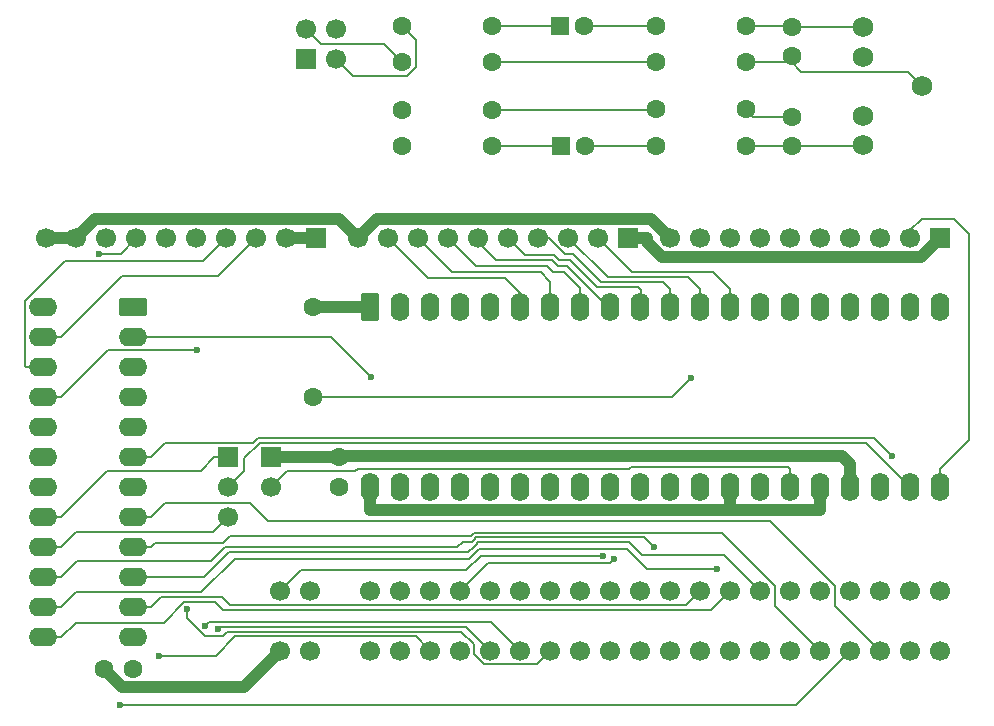
<source format=gbr>
%TF.GenerationSoftware,KiCad,Pcbnew,9.0.5*%
%TF.CreationDate,2025-11-20T20:38:36+00:00*%
%TF.ProjectId,zxeightyzon,7a786569-6768-4747-997a-6f6e2e6b6963,1.0*%
%TF.SameCoordinates,Original*%
%TF.FileFunction,Copper,L1,Top*%
%TF.FilePolarity,Positive*%
%FSLAX46Y46*%
G04 Gerber Fmt 4.6, Leading zero omitted, Abs format (unit mm)*
G04 Created by KiCad (PCBNEW 9.0.5) date 2025-11-20 20:38:36*
%MOMM*%
%LPD*%
G01*
G04 APERTURE LIST*
G04 Aperture macros list*
%AMRoundRect*
0 Rectangle with rounded corners*
0 $1 Rounding radius*
0 $2 $3 $4 $5 $6 $7 $8 $9 X,Y pos of 4 corners*
0 Add a 4 corners polygon primitive as box body*
4,1,4,$2,$3,$4,$5,$6,$7,$8,$9,$2,$3,0*
0 Add four circle primitives for the rounded corners*
1,1,$1+$1,$2,$3*
1,1,$1+$1,$4,$5*
1,1,$1+$1,$6,$7*
1,1,$1+$1,$8,$9*
0 Add four rect primitives between the rounded corners*
20,1,$1+$1,$2,$3,$4,$5,0*
20,1,$1+$1,$4,$5,$6,$7,0*
20,1,$1+$1,$6,$7,$8,$9,0*
20,1,$1+$1,$8,$9,$2,$3,0*%
G04 Aperture macros list end*
%TA.AperFunction,ComponentPad*%
%ADD10C,1.700000*%
%TD*%
%TA.AperFunction,ComponentPad*%
%ADD11RoundRect,0.250000X-0.550000X-0.550000X0.550000X-0.550000X0.550000X0.550000X-0.550000X0.550000X0*%
%TD*%
%TA.AperFunction,ComponentPad*%
%ADD12C,1.600000*%
%TD*%
%TA.AperFunction,ComponentPad*%
%ADD13R,1.700000X1.700000*%
%TD*%
%TA.AperFunction,ComponentPad*%
%ADD14C,1.752600*%
%TD*%
%TA.AperFunction,ComponentPad*%
%ADD15RoundRect,0.250000X0.950000X0.550000X-0.950000X0.550000X-0.950000X-0.550000X0.950000X-0.550000X0*%
%TD*%
%TA.AperFunction,ComponentPad*%
%ADD16O,2.400000X1.600000*%
%TD*%
%TA.AperFunction,ComponentPad*%
%ADD17RoundRect,0.250000X-0.550000X0.950000X-0.550000X-0.950000X0.550000X-0.950000X0.550000X0.950000X0*%
%TD*%
%TA.AperFunction,ComponentPad*%
%ADD18O,1.600000X2.400000*%
%TD*%
%TA.AperFunction,ViaPad*%
%ADD19C,0.600000*%
%TD*%
%TA.AperFunction,Conductor*%
%ADD20C,0.200000*%
%TD*%
%TA.AperFunction,Conductor*%
%ADD21C,1.000000*%
%TD*%
G04 APERTURE END LIST*
D10*
%TO.P,CO1,A3,+5Vcc*%
%TO.N,VCC*%
X61206200Y-92318200D03*
%TO.P,CO1,A4,+9Vcc*%
%TO.N,unconnected-(CO1-+9Vcc-PadA4)*%
X63746200Y-92318200D03*
%TO.P,CO1,A6,GND*%
%TO.N,GND*%
X68826200Y-92318200D03*
%TO.P,CO1,A7,GND*%
X71366200Y-92318200D03*
%TO.P,CO1,A8,CLK*%
%TO.N,/CLK*%
X73906200Y-92318200D03*
%TO.P,CO1,A9,A0*%
%TO.N,/A0*%
X76446200Y-92318200D03*
%TO.P,CO1,A10,A1*%
%TO.N,/A1*%
X78986200Y-92318200D03*
%TO.P,CO1,A11,A2*%
%TO.N,/A2*%
X81526200Y-92318200D03*
%TO.P,CO1,A12,A3*%
%TO.N,/A3*%
X84066200Y-92318200D03*
%TO.P,CO1,A13,A15*%
%TO.N,unconnected-(CO1-A15-PadA13)*%
X86606200Y-92318200D03*
%TO.P,CO1,A14,A14*%
%TO.N,unconnected-(CO1-PadA14)*%
X89146200Y-92318200D03*
%TO.P,CO1,A15,A13*%
%TO.N,unconnected-(CO1-A13-PadA15)*%
X91686200Y-92318200D03*
%TO.P,CO1,A16,A12*%
%TO.N,unconnected-(CO1-A12-PadA16)*%
X94226200Y-92318200D03*
%TO.P,CO1,A17,A11*%
%TO.N,unconnected-(CO1-A11-PadA17)*%
X96766200Y-92318200D03*
%TO.P,CO1,A18,A10*%
%TO.N,unconnected-(CO1-A10-PadA18)*%
X99306200Y-92318200D03*
%TO.P,CO1,A19,A9*%
%TO.N,unconnected-(CO1-A9-PadA19)*%
X101846200Y-92318200D03*
%TO.P,CO1,A20,A8*%
%TO.N,unconnected-(CO1-A8-PadA20)*%
X104386200Y-92318200D03*
%TO.P,CO1,A21,A7*%
%TO.N,/A7*%
X106926200Y-92318200D03*
%TO.P,CO1,A22,A6*%
%TO.N,/A6*%
X109466200Y-92318200D03*
%TO.P,CO1,A23,A5*%
%TO.N,/A5*%
X112006200Y-92318200D03*
%TO.P,CO1,A24,A4*%
%TO.N,/A4*%
X114546200Y-92318200D03*
%TO.P,CO1,A25,~{ROMCS}*%
%TO.N,unconnected-(CO1-~{ROMCS}-PadA25)*%
X117086200Y-92318200D03*
%TO.P,CO1,B3,D7*%
%TO.N,/D7*%
X61206200Y-87238200D03*
%TO.P,CO1,B4,~{RAMCS}*%
%TO.N,unconnected-(CO1-~{RAMCS}-PadB4)*%
X63746200Y-87238200D03*
%TO.P,CO1,B6,D0*%
%TO.N,/D0*%
X68826200Y-87238200D03*
%TO.P,CO1,B7,D1*%
%TO.N,/D1*%
X71366200Y-87238200D03*
%TO.P,CO1,B8,D2*%
%TO.N,/D2*%
X73906200Y-87238200D03*
%TO.P,CO1,B9,D6*%
%TO.N,/D6*%
X76446200Y-87238200D03*
%TO.P,CO1,B10,D5*%
%TO.N,/D5*%
X78986200Y-87238200D03*
%TO.P,CO1,B11,D3*%
%TO.N,/D3*%
X81526200Y-87238200D03*
%TO.P,CO1,B12,D4*%
%TO.N,/D4*%
X84066200Y-87238200D03*
%TO.P,CO1,B13,~{INT}*%
%TO.N,unconnected-(CO1-~{INT}-PadB13)*%
X86606200Y-87238200D03*
%TO.P,CO1,B14,~{NMI}*%
%TO.N,unconnected-(CO1-~{NMI}-PadB14)*%
X89146200Y-87238200D03*
%TO.P,CO1,B15,~{HALT}*%
%TO.N,unconnected-(CO1-~{HALT}-PadB15)*%
X91686200Y-87238200D03*
%TO.P,CO1,B16,~{MREQ}*%
%TO.N,unconnected-(CO1-~{MREQ}-PadB16)*%
X94226200Y-87238200D03*
%TO.P,CO1,B17,~{IOREQ}*%
%TO.N,/~{IOREQ}*%
X96766200Y-87238200D03*
%TO.P,CO1,B18,~{RD}*%
%TO.N,/~{RD}*%
X99306200Y-87238200D03*
%TO.P,CO1,B19,~{WR}*%
%TO.N,/~{WR}*%
X101846200Y-87238200D03*
%TO.P,CO1,B20,~{BUSAC}*%
%TO.N,unconnected-(CO1-~{BUSAC}-PadB20)*%
X104386200Y-87238200D03*
%TO.P,CO1,B21,~{WAIT}*%
%TO.N,unconnected-(CO1-~{WAIT}-PadB21)*%
X106926200Y-87238200D03*
%TO.P,CO1,B22,~{BUSRQ}*%
%TO.N,unconnected-(CO1-~{BUSRQ}-PadB22)*%
X109466200Y-87238200D03*
%TO.P,CO1,B23,~{RESET}*%
%TO.N,/~{RESET}*%
X112006200Y-87238200D03*
%TO.P,CO1,B24,~{M1}*%
%TO.N,unconnected-(CO1-~{M1}-PadB24)*%
X114546200Y-87238200D03*
%TO.P,CO1,B25,~{RFSH}*%
%TO.N,unconnected-(CO1-~{RFSH}-PadB25)*%
X117086200Y-87238200D03*
%TD*%
D11*
%TO.P,C2,1*%
%TO.N,Net-(C2-Pad1)*%
X84885600Y-39464600D03*
D12*
%TO.P,C2,2*%
%TO.N,Net-(C2-Pad2)*%
X86885600Y-39464600D03*
%TD*%
D13*
%TO.P,J4,1,Pin_1*%
%TO.N,/B_OUT*%
X63390600Y-42258600D03*
D10*
%TO.P,J4,2,Pin_2*%
%TO.N,Net-(J4-Pin_2)*%
X65930600Y-42258600D03*
%TO.P,J4,3,Pin_3*%
%TO.N,Net-(J4-Pin_3)*%
X63390600Y-39718600D03*
%TO.P,J4,4,Pin_4*%
%TO.N,/C_OUT*%
X65930600Y-39718600D03*
%TD*%
D13*
%TO.P,JP1,1,A*%
%TO.N,GND*%
X60444200Y-75935200D03*
D10*
%TO.P,JP1,2,B*%
%TO.N,Net-(JP1-B)*%
X60444200Y-78475200D03*
%TD*%
D13*
%TO.P,J2,1,Pin_1*%
%TO.N,VCC*%
X90670200Y-57393200D03*
D10*
%TO.P,J2,2,Pin_2*%
%TO.N,/IOB0*%
X88130200Y-57393200D03*
%TO.P,J2,3,Pin_3*%
%TO.N,/IOB1*%
X85590200Y-57393200D03*
%TO.P,J2,4,Pin_4*%
%TO.N,/IOB2*%
X83050200Y-57393200D03*
%TO.P,J2,5,Pin_5*%
%TO.N,/IOB3*%
X80510200Y-57393200D03*
%TO.P,J2,6,Pin_6*%
%TO.N,/IOB4*%
X77970200Y-57393200D03*
%TO.P,J2,7,Pin_7*%
%TO.N,/IOB5*%
X75430200Y-57393200D03*
%TO.P,J2,8,Pin_8*%
%TO.N,/IOB6*%
X72890200Y-57393200D03*
%TO.P,J2,9,Pin_9*%
%TO.N,/IOB7*%
X70350200Y-57393200D03*
%TO.P,J2,10,Pin_10*%
%TO.N,GND*%
X67810200Y-57393200D03*
%TD*%
D12*
%TO.P,R8,1*%
%TO.N,Net-(C1-Pad2)*%
X92981600Y-49624600D03*
%TO.P,R8,2*%
%TO.N,/LEFT*%
X100601600Y-49624600D03*
%TD*%
D13*
%TO.P,J1,1,Pin_1*%
%TO.N,VCC*%
X117086200Y-57393200D03*
D10*
%TO.P,J1,2,Pin_2*%
%TO.N,/IOA0*%
X114546200Y-57393200D03*
%TO.P,J1,3,Pin_3*%
%TO.N,/IOA1*%
X112006200Y-57393200D03*
%TO.P,J1,4,Pin_4*%
%TO.N,/IOA2*%
X109466200Y-57393200D03*
%TO.P,J1,5,Pin_5*%
%TO.N,/IOA3*%
X106926200Y-57393200D03*
%TO.P,J1,6,Pin_6*%
%TO.N,/IOA4*%
X104386200Y-57393200D03*
%TO.P,J1,7,Pin_7*%
%TO.N,/IOA5*%
X101846200Y-57393200D03*
%TO.P,J1,8,Pin_8*%
%TO.N,/IOA6*%
X99306200Y-57393200D03*
%TO.P,J1,9,Pin_9*%
%TO.N,/IOA7*%
X96766200Y-57393200D03*
%TO.P,J1,10,Pin_10*%
%TO.N,GND*%
X94226200Y-57393200D03*
%TD*%
D12*
%TO.P,R4,1*%
%TO.N,Net-(C1-Pad1)*%
X79138600Y-46576600D03*
%TO.P,R4,2*%
%TO.N,Net-(J4-Pin_3)*%
X71518600Y-46576600D03*
%TD*%
%TO.P,R2,1*%
%TO.N,/A_OUT*%
X71518600Y-49624600D03*
%TO.P,R2,2*%
%TO.N,Net-(C1-Pad1)*%
X79138600Y-49624600D03*
%TD*%
D14*
%TO.P,CO2,1,1*%
%TO.N,/RIGHT*%
X110562200Y-39519200D03*
%TO.P,CO2,2,2*%
%TO.N,unconnected-(CO2-Pad2)*%
X110562200Y-42019200D03*
%TO.P,CO2,3,3*%
%TO.N,unconnected-(CO2-Pad3)*%
X110562200Y-47019200D03*
%TO.P,CO2,4,4*%
%TO.N,/LEFT*%
X110562200Y-49519200D03*
%TO.P,CO2,5,5*%
%TO.N,GND_AUDIO*%
X115562200Y-44519200D03*
%TD*%
D12*
%TO.P,R9,1*%
%TO.N,Net-(C2-Pad2)*%
X92981600Y-39464600D03*
%TO.P,R9,2*%
%TO.N,/RIGHT*%
X100601600Y-39464600D03*
%TD*%
D11*
%TO.P,C1,1*%
%TO.N,Net-(C1-Pad1)*%
X85012600Y-49624600D03*
D12*
%TO.P,C1,2*%
%TO.N,Net-(C1-Pad2)*%
X87012600Y-49624600D03*
%TD*%
%TO.P,C4,1*%
%TO.N,/RIGHT*%
X104538600Y-39504600D03*
%TO.P,C4,2*%
%TO.N,GND_AUDIO*%
X104538600Y-42004600D03*
%TD*%
%TO.P,C6,1*%
%TO.N,VCC*%
X46240200Y-93842200D03*
%TO.P,C6,2*%
%TO.N,GND*%
X48740200Y-93842200D03*
%TD*%
%TO.P,R3,1*%
%TO.N,Net-(J4-Pin_2)*%
X71518600Y-39464600D03*
%TO.P,R3,2*%
%TO.N,Net-(C2-Pad1)*%
X79138600Y-39464600D03*
%TD*%
%TO.P,FB1,1*%
%TO.N,GND*%
X64000200Y-63235200D03*
%TO.P,FB1,2*%
%TO.N,GND_AUDIO*%
X64000200Y-70855200D03*
%TD*%
D15*
%TO.P,U2,1,I0/CLK*%
%TO.N,/CLK*%
X48760200Y-63235200D03*
D16*
%TO.P,U2,2,I1*%
%TO.N,/A0*%
X48760200Y-65775200D03*
%TO.P,U2,3,I2*%
%TO.N,/A1*%
X48760200Y-68315200D03*
%TO.P,U2,4,I3*%
%TO.N,/A2*%
X48760200Y-70855200D03*
%TO.P,U2,5,I4*%
%TO.N,/A3*%
X48760200Y-73395200D03*
%TO.P,U2,6,I5*%
%TO.N,/A4*%
X48760200Y-75935200D03*
%TO.P,U2,7,I6*%
%TO.N,/A6*%
X48760200Y-78475200D03*
%TO.P,U2,8,I7*%
%TO.N,/A5*%
X48760200Y-81015200D03*
%TO.P,U2,9,I8*%
%TO.N,/A7*%
X48760200Y-83555200D03*
%TO.P,U2,10,I9*%
%TO.N,/~{WR}*%
X48760200Y-86095200D03*
%TO.P,U2,11,I10*%
%TO.N,/~{IOREQ}*%
X48760200Y-88635200D03*
%TO.P,U2,12,GND*%
%TO.N,GND*%
X48760200Y-91175200D03*
%TO.P,U2,13,I11*%
%TO.N,/~{RD}*%
X41140200Y-91175200D03*
%TO.P,U2,14,O9*%
%TO.N,/BDIR*%
X41140200Y-88635200D03*
%TO.P,U2,15,O8*%
%TO.N,/BC1*%
X41140200Y-86095200D03*
%TO.P,U2,16,O7*%
%TO.N,/CLK_DIV2*%
X41140200Y-83555200D03*
%TO.P,U2,17,O6*%
%TO.N,/CLK_OUT*%
X41140200Y-81015200D03*
%TO.P,U2,18,O5*%
%TO.N,/O5*%
X41140200Y-78475200D03*
%TO.P,U2,19,O4*%
%TO.N,/O4*%
X41140200Y-75935200D03*
%TO.P,U2,20,O3*%
%TO.N,/O3*%
X41140200Y-73395200D03*
%TO.P,U2,21,O2*%
%TO.N,/O2*%
X41140200Y-70855200D03*
%TO.P,U2,22,O1*%
%TO.N,/O1*%
X41140200Y-68315200D03*
%TO.P,U2,23,O0*%
%TO.N,/O0*%
X41140200Y-65775200D03*
%TO.P,U2,24,VCC*%
%TO.N,VCC*%
X41140200Y-63235200D03*
%TD*%
D13*
%TO.P,J3,1,Pin_1*%
%TO.N,VCC*%
X64254200Y-57393200D03*
D10*
%TO.P,J3,2,Pin_2*%
X61714200Y-57393200D03*
%TO.P,J3,3,Pin_3*%
%TO.N,/O0*%
X59174200Y-57393200D03*
%TO.P,J3,4,Pin_4*%
%TO.N,/O1*%
X56634200Y-57393200D03*
%TO.P,J3,5,Pin_5*%
%TO.N,/O2*%
X54094200Y-57393200D03*
%TO.P,J3,6,Pin_6*%
%TO.N,/O3*%
X51554200Y-57393200D03*
%TO.P,J3,7,Pin_7*%
%TO.N,/O4*%
X49014200Y-57393200D03*
%TO.P,J3,8,Pin_8*%
%TO.N,/O5*%
X46474200Y-57393200D03*
%TO.P,J3,9,Pin_9*%
%TO.N,GND*%
X43934200Y-57393200D03*
%TO.P,J3,10,Pin_10*%
X41394200Y-57393200D03*
%TD*%
D12*
%TO.P,C3,1*%
%TO.N,/LEFT*%
X104538600Y-49604600D03*
%TO.P,C3,2*%
%TO.N,GND_AUDIO*%
X104538600Y-47104600D03*
%TD*%
%TO.P,R6,1*%
%TO.N,Net-(C1-Pad1)*%
X92981600Y-46449600D03*
%TO.P,R6,2*%
%TO.N,GND_AUDIO*%
X100601600Y-46449600D03*
%TD*%
%TO.P,R5,1*%
%TO.N,Net-(C2-Pad1)*%
X79138600Y-42512600D03*
%TO.P,R5,2*%
%TO.N,Net-(J4-Pin_3)*%
X71518600Y-42512600D03*
%TD*%
D17*
%TO.P,U1,1,VSS*%
%TO.N,GND*%
X68826200Y-63235200D03*
D18*
%TO.P,U1,2,NC*%
%TO.N,unconnected-(U1-NC-Pad2)*%
X71366200Y-63235200D03*
%TO.P,U1,3,A*%
%TO.N,/A_OUT*%
X73906200Y-63235200D03*
%TO.P,U1,4,B*%
%TO.N,/B_OUT*%
X76446200Y-63235200D03*
%TO.P,U1,5,NC*%
%TO.N,unconnected-(U1-NC-Pad5)*%
X78986200Y-63235200D03*
%TO.P,U1,6,IOB7*%
%TO.N,/IOB7*%
X81526200Y-63235200D03*
%TO.P,U1,7,IOB6*%
%TO.N,/IOB6*%
X84066200Y-63235200D03*
%TO.P,U1,8,IOB5*%
%TO.N,/IOB5*%
X86606200Y-63235200D03*
%TO.P,U1,9,IOB4*%
%TO.N,/IOB4*%
X89146200Y-63235200D03*
%TO.P,U1,10,IOB3*%
%TO.N,/IOB3*%
X91686200Y-63235200D03*
%TO.P,U1,11,IOB2*%
%TO.N,/IOB2*%
X94226200Y-63235200D03*
%TO.P,U1,12,IOB1*%
%TO.N,/IOB1*%
X96766200Y-63235200D03*
%TO.P,U1,13,IOB0*%
%TO.N,/IOB0*%
X99306200Y-63235200D03*
%TO.P,U1,14,IOA7*%
%TO.N,/IOA7*%
X101846200Y-63235200D03*
%TO.P,U1,15,IOA6*%
%TO.N,/IOA6*%
X104386200Y-63235200D03*
%TO.P,U1,16,IOA5*%
%TO.N,/IOA5*%
X106926200Y-63235200D03*
%TO.P,U1,17,IOA4*%
%TO.N,/IOA4*%
X109466200Y-63235200D03*
%TO.P,U1,18,IOA3*%
%TO.N,/IOA3*%
X112006200Y-63235200D03*
%TO.P,U1,19,IOA2*%
%TO.N,/IOA2*%
X114546200Y-63235200D03*
%TO.P,U1,20,IOA1*%
%TO.N,/IOA1*%
X117086200Y-63235200D03*
%TO.P,U1,21,IOA0*%
%TO.N,/IOA0*%
X117086200Y-78475200D03*
%TO.P,U1,22,CLOCK*%
%TO.N,Net-(JP2-C)*%
X114546200Y-78475200D03*
%TO.P,U1,23,~{RESET}*%
%TO.N,/~{RESET}*%
X112006200Y-78475200D03*
%TO.P,U1,24,~{A9}*%
%TO.N,GND*%
X109466200Y-78475200D03*
%TO.P,U1,25,A8*%
%TO.N,VCC*%
X106926200Y-78475200D03*
%TO.P,U1,26,~{SEL}*%
%TO.N,Net-(JP1-B)*%
X104386200Y-78475200D03*
%TO.P,U1,27,BDIR*%
%TO.N,/BDIR*%
X101846200Y-78475200D03*
%TO.P,U1,28,BC2*%
%TO.N,VCC*%
X99306200Y-78475200D03*
%TO.P,U1,29,BC1*%
%TO.N,/BC1*%
X96766200Y-78475200D03*
%TO.P,U1,30,DA7*%
%TO.N,/D7*%
X94226200Y-78475200D03*
%TO.P,U1,31,DA6*%
%TO.N,/D6*%
X91686200Y-78475200D03*
%TO.P,U1,32,DA5*%
%TO.N,/D5*%
X89146200Y-78475200D03*
%TO.P,U1,33,DA4*%
%TO.N,/D4*%
X86606200Y-78475200D03*
%TO.P,U1,34,DA3*%
%TO.N,/D3*%
X84066200Y-78475200D03*
%TO.P,U1,35,DA2*%
%TO.N,/D2*%
X81526200Y-78475200D03*
%TO.P,U1,36,DA1*%
%TO.N,/D1*%
X78986200Y-78475200D03*
%TO.P,U1,37,DA0*%
%TO.N,/D0*%
X76446200Y-78475200D03*
%TO.P,U1,38,C*%
%TO.N,/C_OUT*%
X73906200Y-78475200D03*
%TO.P,U1,39,TEST1*%
%TO.N,unconnected-(U1-TEST1-Pad39)*%
X71366200Y-78475200D03*
%TO.P,U1,40,VCC*%
%TO.N,VCC*%
X68826200Y-78475200D03*
%TD*%
D12*
%TO.P,R7,1*%
%TO.N,Net-(C2-Pad1)*%
X92981600Y-42512600D03*
%TO.P,R7,2*%
%TO.N,GND_AUDIO*%
X100601600Y-42512600D03*
%TD*%
%TO.P,C5,1*%
%TO.N,VCC*%
X66159200Y-78455200D03*
%TO.P,C5,2*%
%TO.N,GND*%
X66159200Y-75955200D03*
%TD*%
D13*
%TO.P,JP2,1,A*%
%TO.N,/CLK_OUT*%
X56761200Y-75935200D03*
D10*
%TO.P,JP2,2,C*%
%TO.N,Net-(JP2-C)*%
X56761200Y-78475200D03*
%TO.P,JP2,3,B*%
%TO.N,/CLK_DIV2*%
X56761200Y-81015200D03*
%TD*%
D19*
%TO.N,/BDIR*%
X98155600Y-85373600D03*
%TO.N,/BC1*%
X92829700Y-83580300D03*
%TO.N,/O2*%
X54186400Y-66903600D03*
%TO.N,/O4*%
X45856900Y-58725700D03*
%TO.N,/A3*%
X53335300Y-88796100D03*
%TO.N,/A2*%
X54857900Y-90210000D03*
%TO.N,/D6*%
X89449400Y-84582300D03*
%TO.N,/CLK*%
X50964200Y-92738900D03*
%TO.N,/A4*%
X113001200Y-75823000D03*
%TO.N,/A1*%
X55972000Y-90476100D03*
%TO.N,/A6*%
X47650600Y-96934800D03*
%TO.N,/A0*%
X68870500Y-69161000D03*
%TO.N,/D7*%
X88563100Y-84282900D03*
%TO.N,GND_AUDIO*%
X96000000Y-69250000D03*
%TD*%
D20*
%TO.N,/IOB7*%
X81526200Y-62026200D02*
X81526200Y-63235200D01*
X80261200Y-60761200D02*
X81526200Y-62026200D01*
X70350200Y-57393200D02*
X73718200Y-60761200D01*
X73718200Y-60761200D02*
X80261200Y-60761200D01*
%TO.N,Net-(JP2-C)*%
X110787800Y-74716800D02*
X114546200Y-78475200D01*
%TO.N,/IOB6*%
X83261200Y-60261200D02*
X84066200Y-61066200D01*
X75758200Y-60261200D02*
X83261200Y-60261200D01*
X84066200Y-61066200D02*
X84066200Y-63235200D01*
X72890200Y-57393200D02*
X75758200Y-60261200D01*
%TO.N,/IOB5*%
X84261200Y-60261200D02*
X85261200Y-60261200D01*
X85261200Y-60261200D02*
X86606200Y-61606200D01*
X83761200Y-59761200D02*
X84261200Y-60261200D01*
X77798200Y-59761200D02*
X83761200Y-59761200D01*
X86606200Y-61606200D02*
X86606200Y-63235200D01*
X75430200Y-57393200D02*
X77798200Y-59761200D01*
%TO.N,/IOB4*%
X88985200Y-63235200D02*
X89146200Y-63235200D01*
X85511200Y-59761200D02*
X88985200Y-63235200D01*
X84694100Y-59761200D02*
X85511200Y-59761200D01*
X84186400Y-59253500D02*
X84694100Y-59761200D01*
X79503500Y-59253500D02*
X84186400Y-59253500D01*
X77970200Y-57393200D02*
X77970200Y-57720200D01*
X77970200Y-57720200D02*
X79503500Y-59253500D01*
%TO.N,/IOB3*%
X91761200Y-63160200D02*
X91686200Y-63235200D01*
X91761200Y-61761200D02*
X91761200Y-63160200D01*
X91516200Y-61516200D02*
X91761200Y-61761200D01*
X88016200Y-61516200D02*
X91516200Y-61516200D01*
X85761200Y-59261200D02*
X88016200Y-61516200D01*
X84761200Y-59261200D02*
X85761200Y-59261200D01*
X84344900Y-58844900D02*
X84761200Y-59261200D01*
X81961900Y-58844900D02*
X84344900Y-58844900D01*
X80510200Y-57393200D02*
X81961900Y-58844900D01*
%TO.N,/IOB2*%
X86011200Y-58761200D02*
X88365200Y-61115200D01*
X88365200Y-61115200D02*
X93615200Y-61115200D01*
X93615200Y-61115200D02*
X94226200Y-61726200D01*
X94226200Y-61726200D02*
X94226200Y-63235200D01*
X85330440Y-58761200D02*
X86011200Y-58761200D01*
X83962440Y-57393200D02*
X85330440Y-58761200D01*
X83050200Y-57393200D02*
X83962440Y-57393200D01*
%TO.N,/IOA0*%
X119547200Y-74512500D02*
X117086200Y-76973500D01*
X114546200Y-56726200D02*
X114546200Y-57393200D01*
X118261200Y-55761200D02*
X115511200Y-55761200D01*
X119547200Y-57047200D02*
X118261200Y-55761200D01*
X119547200Y-74512500D02*
X119547200Y-57047200D01*
X115511200Y-55761200D02*
X114546200Y-56726200D01*
%TO.N,GND_AUDIO*%
X94394800Y-70855200D02*
X64000200Y-70855200D01*
X96000000Y-69250000D02*
X94394800Y-70855200D01*
%TO.N,/CLK_DIV2*%
X55491200Y-82285200D02*
X56761200Y-81015200D01*
X43911900Y-82285200D02*
X55491200Y-82285200D01*
X42641900Y-83555200D02*
X43911900Y-82285200D01*
X41140200Y-83555200D02*
X42641900Y-83555200D01*
%TO.N,/BDIR*%
X41140200Y-88635200D02*
X42641900Y-88635200D01*
X43911900Y-87365200D02*
X42641900Y-88635200D01*
X54528100Y-87365200D02*
X43911900Y-87365200D01*
X57373100Y-84520200D02*
X54528100Y-87365200D01*
X77158900Y-84520200D02*
X57373100Y-84520200D01*
X77999600Y-83679500D02*
X77158900Y-84520200D01*
X90539900Y-83679500D02*
X77999600Y-83679500D01*
X92234000Y-85373600D02*
X90539900Y-83679500D01*
X98155600Y-85373600D02*
X92234000Y-85373600D01*
%TO.N,/BC1*%
X41140200Y-86095200D02*
X42641900Y-86095200D01*
X56299800Y-83810600D02*
X56135000Y-83975400D01*
X56299800Y-83810600D02*
X56135000Y-83975400D01*
X43996900Y-84740200D02*
X42641900Y-86095200D01*
X55370200Y-84740200D02*
X43996900Y-84740200D01*
X56135000Y-83975400D02*
X55370200Y-84740200D01*
X77807200Y-82726000D02*
X77571800Y-82961400D01*
X91975400Y-82726000D02*
X77807200Y-82726000D01*
X92829700Y-83580300D02*
X91975400Y-82726000D01*
X56535200Y-83575200D02*
X56299800Y-83810600D01*
X76192500Y-83575200D02*
X56535200Y-83575200D01*
X76682600Y-83085100D02*
X76192500Y-83575200D01*
X77448100Y-83085100D02*
X76682600Y-83085100D01*
X77571800Y-82961400D02*
X77448100Y-83085100D01*
X77571800Y-82961400D02*
X77448100Y-83085100D01*
%TO.N,Net-(JP2-C)*%
X58151000Y-77085400D02*
X56761200Y-78475200D01*
X58151000Y-76031000D02*
X58151000Y-77085400D01*
X59465200Y-74716800D02*
X58151000Y-76031000D01*
X110787800Y-74716800D02*
X59465200Y-74716800D01*
%TO.N,/CLK_OUT*%
X46570200Y-77086900D02*
X42641900Y-81015200D01*
X54457800Y-77086900D02*
X46570200Y-77086900D01*
X55609500Y-75935200D02*
X54457800Y-77086900D01*
X56761200Y-75935200D02*
X55609500Y-75935200D01*
X41140200Y-81015200D02*
X42641900Y-81015200D01*
%TO.N,Net-(JP1-B)*%
X104386200Y-78475200D02*
X104386200Y-76973500D01*
X90877200Y-76750700D02*
X90712400Y-76915500D01*
X90877200Y-76750700D02*
X90712400Y-76915500D01*
X61784000Y-77135400D02*
X60444200Y-78475200D01*
X67572700Y-77135400D02*
X61784000Y-77135400D01*
X67792600Y-76915500D02*
X67572700Y-77135400D01*
X90712400Y-76915500D02*
X67792600Y-76915500D01*
X104163400Y-76750700D02*
X104386200Y-76973500D01*
X90877200Y-76750700D02*
X104163400Y-76750700D01*
%TO.N,Net-(J4-Pin_3)*%
X64660600Y-40988600D02*
X63390600Y-39718600D01*
X69994600Y-40988600D02*
X64660600Y-40988600D01*
X71518600Y-42512600D02*
X69994600Y-40988600D01*
%TO.N,Net-(J4-Pin_2)*%
X72703000Y-40649000D02*
X71518600Y-39464600D01*
X72703000Y-42926100D02*
X72703000Y-40649000D01*
X71939700Y-43689400D02*
X72703000Y-42926100D01*
X67361400Y-43689400D02*
X71939700Y-43689400D01*
X65930600Y-42258600D02*
X67361400Y-43689400D01*
%TO.N,/O2*%
X46593500Y-66903600D02*
X54186400Y-66903600D01*
X42641900Y-70855200D02*
X46593500Y-66903600D01*
X41140200Y-70855200D02*
X42641900Y-70855200D01*
%TO.N,/O4*%
X47681700Y-58725700D02*
X45856900Y-58725700D01*
X49014200Y-57393200D02*
X47681700Y-58725700D01*
%TO.N,/O1*%
X41140200Y-68315200D02*
X39638500Y-68315200D01*
X54700000Y-59327400D02*
X56634200Y-57393200D01*
X42993200Y-59327400D02*
X54700000Y-59327400D01*
X39579500Y-62741100D02*
X42993200Y-59327400D01*
X39579500Y-68256200D02*
X39579500Y-62741100D01*
X39638500Y-68315200D02*
X39579500Y-68256200D01*
%TO.N,/O0*%
X55965800Y-60601600D02*
X59174200Y-57393200D01*
X47815500Y-60601600D02*
X55965800Y-60601600D01*
X42641900Y-65775200D02*
X47815500Y-60601600D01*
X41140200Y-65775200D02*
X42641900Y-65775200D01*
%TO.N,/IOB1*%
X88911200Y-60714200D02*
X85590200Y-57393200D01*
X95746900Y-60714200D02*
X88911200Y-60714200D01*
X96766200Y-61733500D02*
X95746900Y-60714200D01*
X96766200Y-63235200D02*
X96766200Y-61733500D01*
%TO.N,/IOB0*%
X99306200Y-63235200D02*
X99306200Y-61733500D01*
X90991200Y-60254200D02*
X88130200Y-57393200D01*
X97826900Y-60254200D02*
X90991200Y-60254200D01*
X99306200Y-61733500D02*
X97826900Y-60254200D01*
%TO.N,/IOA0*%
X117086200Y-78475200D02*
X117086200Y-76973500D01*
%TO.N,/A3*%
X82908400Y-93476000D02*
X84066200Y-92318200D01*
X78439300Y-93476000D02*
X82908400Y-93476000D01*
X77597900Y-92634600D02*
X78439300Y-93476000D01*
X77597900Y-91790100D02*
X77597900Y-92634600D01*
X76513000Y-90705200D02*
X77597900Y-91790100D01*
X56701000Y-90705200D02*
X76513000Y-90705200D01*
X56328400Y-91077800D02*
X56701000Y-90705200D01*
X54870800Y-91077800D02*
X56328400Y-91077800D01*
X53335300Y-89542300D02*
X54870800Y-91077800D01*
X53335300Y-88796100D02*
X53335300Y-89542300D01*
%TO.N,/A2*%
X55209400Y-89858500D02*
X54857900Y-90210000D01*
X79066500Y-89858500D02*
X55209400Y-89858500D01*
X81526200Y-92318200D02*
X79066500Y-89858500D01*
%TO.N,/D6*%
X89147100Y-84884600D02*
X89449400Y-84582300D01*
X78799800Y-84884600D02*
X89147100Y-84884600D01*
X76446200Y-87238200D02*
X78799800Y-84884600D01*
%TO.N,/~{IOREQ}*%
X48760200Y-88635200D02*
X50261900Y-88635200D01*
X51104700Y-87792400D02*
X50261900Y-88635200D01*
X56270300Y-87792400D02*
X51104700Y-87792400D01*
X56930200Y-88452300D02*
X56270300Y-87792400D01*
X95552100Y-88452300D02*
X56930200Y-88452300D01*
X96766200Y-87238200D02*
X95552100Y-88452300D01*
%TO.N,/A7*%
X48760200Y-83555200D02*
X50261900Y-83555200D01*
X77640900Y-82324300D02*
X77405500Y-82559700D01*
X98571700Y-82324300D02*
X77640900Y-82324300D01*
X103116200Y-86868800D02*
X98571700Y-82324300D01*
X103116200Y-88508200D02*
X103116200Y-86868800D01*
X106926200Y-92318200D02*
X103116200Y-88508200D01*
X50638400Y-83178700D02*
X50261900Y-83555200D01*
X56363700Y-83178700D02*
X50638400Y-83178700D01*
X56927600Y-82614800D02*
X56363700Y-83178700D01*
X77350400Y-82614800D02*
X56927600Y-82614800D01*
X77405500Y-82559700D02*
X77350400Y-82614800D01*
X77405500Y-82559700D02*
X77350400Y-82614800D01*
%TO.N,/A5*%
X51431800Y-79845300D02*
X50261900Y-81015200D01*
X58634500Y-79845300D02*
X51431800Y-79845300D01*
X60146300Y-81357100D02*
X58634500Y-79845300D01*
X102699800Y-81357100D02*
X60146300Y-81357100D01*
X108196200Y-86853500D02*
X102699800Y-81357100D01*
X108196200Y-88508200D02*
X108196200Y-86853500D01*
X112006200Y-92318200D02*
X108196200Y-88508200D01*
X48760200Y-81015200D02*
X50261900Y-81015200D01*
%TO.N,/CLK*%
X72704500Y-91116500D02*
X73906200Y-92318200D01*
X57394100Y-91116500D02*
X72704500Y-91116500D01*
X55771700Y-92738900D02*
X57394100Y-91116500D01*
X50964200Y-92738900D02*
X55771700Y-92738900D01*
%TO.N,/A4*%
X48760200Y-75935200D02*
X50261900Y-75935200D01*
X59277700Y-74315100D02*
X59042300Y-74550500D01*
X111493300Y-74315100D02*
X59277700Y-74315100D01*
X113001200Y-75823000D02*
X111493300Y-74315100D01*
X51480300Y-74716800D02*
X50261900Y-75935200D01*
X58876000Y-74716800D02*
X51480300Y-74716800D01*
X59042300Y-74550500D02*
X58876000Y-74716800D01*
X59042300Y-74550500D02*
X58876000Y-74716800D01*
%TO.N,/~{WR}*%
X77973500Y-83127700D02*
X77738100Y-83363100D01*
X90749600Y-83127700D02*
X77973500Y-83127700D01*
X91803900Y-84182000D02*
X90749600Y-83127700D01*
X98790000Y-84182000D02*
X91803900Y-84182000D01*
X101846200Y-87238200D02*
X98790000Y-84182000D01*
X54783400Y-86095200D02*
X48760200Y-86095200D01*
X56901700Y-83976900D02*
X54783400Y-86095200D01*
X77124300Y-83976900D02*
X56901700Y-83976900D01*
X77571800Y-83529400D02*
X77124300Y-83976900D01*
X77738100Y-83363100D02*
X77571800Y-83529400D01*
X77738100Y-83363100D02*
X77571800Y-83529400D01*
%TO.N,/A1*%
X56171600Y-90276500D02*
X55972000Y-90476100D01*
X76944500Y-90276500D02*
X56171600Y-90276500D01*
X78986200Y-92318200D02*
X76944500Y-90276500D01*
%TO.N,/A6*%
X104849600Y-96934800D02*
X47650600Y-96934800D01*
X109466200Y-92318200D02*
X104849600Y-96934800D01*
%TO.N,/~{RD}*%
X41140200Y-91175200D02*
X42641900Y-91175200D01*
X43873900Y-89943200D02*
X42641900Y-91175200D01*
X51337100Y-89943200D02*
X43873900Y-89943200D01*
X53086200Y-88194100D02*
X51337100Y-89943200D01*
X55636400Y-88194100D02*
X53086200Y-88194100D01*
X56338700Y-88896400D02*
X55636400Y-88194100D01*
X97648000Y-88896400D02*
X56338700Y-88896400D01*
X99306200Y-87238200D02*
X97648000Y-88896400D01*
%TO.N,/A0*%
X65484700Y-65775200D02*
X48760200Y-65775200D01*
X68870500Y-69161000D02*
X65484700Y-65775200D01*
%TO.N,/D7*%
X62931100Y-85513300D02*
X61206200Y-87238200D01*
X76934000Y-85513300D02*
X62931100Y-85513300D01*
X78164400Y-84282900D02*
X76934000Y-85513300D01*
X88563100Y-84282900D02*
X78164400Y-84282900D01*
D21*
%TO.N,GND*%
X109466200Y-78475200D02*
X109466200Y-76523500D01*
X64000200Y-63235200D02*
X68826200Y-63235200D01*
X60444200Y-75935200D02*
X62045900Y-75935200D01*
X66159200Y-75935200D02*
X62045900Y-75935200D01*
X66159200Y-75955200D02*
X66159200Y-75935200D01*
X69430500Y-55772900D02*
X67810200Y-57393200D01*
X92605900Y-55772900D02*
X69430500Y-55772900D01*
X94226200Y-57393200D02*
X92605900Y-55772900D01*
X41394200Y-57393200D02*
X43934200Y-57393200D01*
X66208500Y-55791500D02*
X67810200Y-57393200D01*
X45535900Y-55791500D02*
X66208500Y-55791500D01*
X43934200Y-57393200D02*
X45535900Y-55791500D01*
X108799700Y-75857000D02*
X109466200Y-76523500D01*
X66237400Y-75857000D02*
X108799700Y-75857000D01*
X66159200Y-75935200D02*
X66237400Y-75857000D01*
%TO.N,VCC*%
X115469900Y-59009500D02*
X117086200Y-57393200D01*
X93518300Y-59009500D02*
X115469900Y-59009500D01*
X92271900Y-57763100D02*
X93518300Y-59009500D01*
X92271900Y-57393200D02*
X92271900Y-57763100D01*
X90670200Y-57393200D02*
X92271900Y-57393200D01*
X61714200Y-57393200D02*
X64254200Y-57393200D01*
X99306200Y-78475200D02*
X99306200Y-80426900D01*
X106926200Y-78475200D02*
X106926200Y-80426900D01*
X68826200Y-78475200D02*
X68826200Y-80426900D01*
X99306200Y-80426900D02*
X68826200Y-80426900D01*
X106926200Y-80426900D02*
X99306200Y-80426900D01*
X47820400Y-95422400D02*
X46240200Y-93842200D01*
X58102000Y-95422400D02*
X47820400Y-95422400D01*
X61206200Y-92318200D02*
X58102000Y-95422400D01*
D20*
%TO.N,/RIGHT*%
X104498600Y-39464600D02*
X104538600Y-39504600D01*
X100601600Y-39464600D02*
X104498600Y-39464600D01*
X110547600Y-39504600D02*
X110562200Y-39519200D01*
X104538600Y-39504600D02*
X110547600Y-39504600D01*
%TO.N,/LEFT*%
X104518600Y-49624600D02*
X104538600Y-49604600D01*
X100601600Y-49624600D02*
X104518600Y-49624600D01*
X110476800Y-49604600D02*
X110562200Y-49519200D01*
X104538600Y-49604600D02*
X110476800Y-49604600D01*
%TO.N,GND_AUDIO*%
X101256600Y-47104600D02*
X100601600Y-46449600D01*
X104538600Y-47104600D02*
X101256600Y-47104600D01*
X105316000Y-43290000D02*
X104538600Y-42512600D01*
X114333000Y-43290000D02*
X105316000Y-43290000D01*
X115562200Y-44519200D02*
X114333000Y-43290000D01*
X104538600Y-42512600D02*
X100601600Y-42512600D01*
X104538600Y-42512600D02*
X104538600Y-42004600D01*
%TO.N,Net-(C2-Pad1)*%
X84885600Y-39464600D02*
X79138600Y-39464600D01*
X79138600Y-42512600D02*
X92981600Y-42512600D01*
%TO.N,Net-(C2-Pad2)*%
X86885600Y-39464600D02*
X92981600Y-39464600D01*
%TO.N,Net-(C1-Pad1)*%
X79138600Y-49624600D02*
X85012600Y-49624600D01*
X92854600Y-46576600D02*
X92981600Y-46449600D01*
X79138600Y-46576600D02*
X92854600Y-46576600D01*
%TO.N,Net-(C1-Pad2)*%
X92981600Y-49624600D02*
X87012600Y-49624600D01*
%TD*%
M02*

</source>
